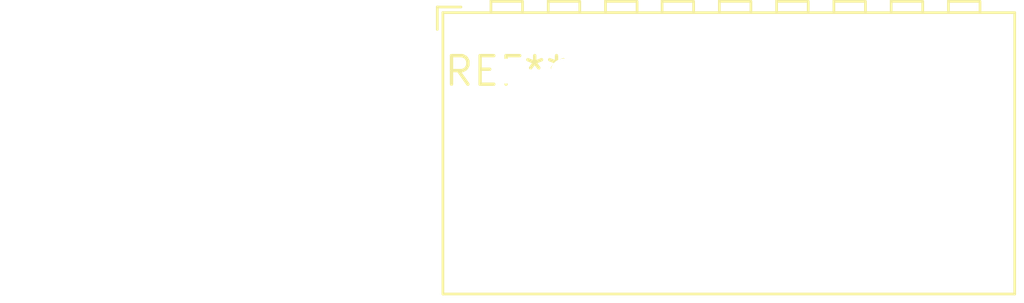
<source format=kicad_pcb>
(kicad_pcb (version 20240108) (generator pcbnew)
  (layers (0 "F.Cu" signal) (31 "B.Cu" signal) (34 "B.Paste" user) (35 "F.Paste" user) (36 "B.SilkS" user "B.Silkscreen") (37 "F.SilkS" user "F.Silkscreen") (38 "B.Mask" user) (39 "F.Mask" user) (44 "Edge.Cuts" user))
  (net 0 "")
  (footprint "TerminalBlock_WAGO_233-509_2x09_P2.54mm" (layer "F.Cu") (at 0 0)
    (property "Reference" "REF**")
    (property "Value" "TerminalBlock_WAGO_233-509_2x09_P2.54mm")
    (fp_line (start -3.05 -2.85) (end -3.05 -1.85) (layer "F.SilkS") (stroke (width 0.12)))
    (fp_line (start -3.05 -2.85) (end -2 -2.85) (layer "F.SilkS") (stroke (width 0.12)))
    (fp_line (start -2.8 -2.6) (end 22.56 -2.6) (layer "F.SilkS") (stroke (width 0.12)))
    (fp_line (start -2.8 9.9) (end -2.8 -2.6) (layer "F.SilkS") (stroke (width 0.12)))
    (fp_line (start 22.56 -2.6) (end 22.56 9.9) (layer "F.SilkS") (stroke (width 0.12)))
    (fp_line (start 22.56 9.9) (end -2.8 9.9) (layer "F.SilkS") (stroke (width 0.12)))
    (fp_rect (start -0.67 -3.1) (end 0.73 -2.6) (layer "F.SilkS") (stroke (width 0.12)) (fill none))
    (fp_rect (start 1.87 -3.1) (end 3.27 -2.6) (layer "F.SilkS") (stroke (width 0.12)) (fill none))
    (fp_rect (start 4.41 -3.1) (end 5.81 -2.6) (layer "F.SilkS") (stroke (width 0.12)) (fill none))
    (fp_rect (start 6.92 -3.1) (end 8.32 -2.6) (layer "F.SilkS") (stroke (width 0.12)) (fill none))
    (fp_rect (start 9.46 -3.100919) (end 10.86 -2.600919) (layer "F.SilkS") (stroke (width 0.12)) (fill none))
    (fp_rect (start 12 -3.100564) (end 13.4 -2.600564) (layer "F.SilkS") (stroke (width 0.12)) (fill none))
    (fp_rect (start 14.54 -3.1) (end 15.94 -2.6) (layer "F.SilkS") (stroke (width 0.12)) (fill none))
    (fp_rect (start 17.08 -3.1) (end 18.48 -2.6) (layer "F.SilkS") (stroke (width 0.12)) (fill none))
    (fp_rect (start 19.62 -3.1) (end 21.02 -2.6) (layer "F.SilkS") (stroke (width 0.12)) (fill none))
    (pad "1" thru_hole roundrect (at 0 0) (size 1.8 3.2) (drill 1.1) (layers *.Cu *.Mask) (remove_unused_layers) (roundrect_rratio 0.1388888889))
    (pad "1" thru_hole roundrect (at 0 5) (size 1.8 3.2) (drill 1.1) (layers *.Cu *.Mask) (remove_unused_layers) (roundrect_rratio 0.1388888889))
    (pad "2" thru_hole oval (at 2.54 0) (size 1.8 3.2) (drill 1.1) (layers *.Cu *.Mask) (remove_unused_layers))
    (pad "2" thru_hole oval (at 2.54 5) (size 1.8 3.2) (drill 1.1) (layers *.Cu *.Mask) (remove_unused_layers))
    (pad "3" thru_hole oval (at 5.08 0) (size 1.8 3.2) (drill 1.1) (layers *.Cu *.Mask) (remove_unused_layers))
    (pad "3" thru_hole oval (at 5.08 5) (size 1.8 3.2) (drill 1.1) (layers *.Cu *.Mask) (remove_unused_layers))
    (pad "4" thru_hole oval (at 7.62 0) (size 1.8 3.2) (drill 1.1) (layers *.Cu *.Mask) (remove_unused_layers))
    (pad "4" thru_hole oval (at 7.62 5) (size 1.8 3.2) (drill 1.1) (layers *.Cu *.Mask) (remove_unused_layers))
    (pad "5" thru_hole oval (at 10.16 0) (size 1.8 3.2) (drill 1.1) (layers *.Cu *.Mask) (remove_unused_layers))
    (pad "5" thru_hole oval (at 10.16 5) (size 1.8 3.2) (drill 1.1) (layers *.Cu *.Mask) (remove_unused_layers))
    (pad "6" thru_hole oval (at 12.7 0) (size 1.8 3.2) (drill 1.1) (layers *.Cu *.Mask) (remove_unused_layers))
    (pad "6" thru_hole oval (at 12.7 5) (size 1.8 3.2) (drill 1.1) (layers *.Cu *.Mask) (remove_unused_layers))
    (pad "7" thru_hole oval (at 15.24 0) (size 1.8 3.2) (drill 1.1) (layers *.Cu *.Mask) (remove_unused_layers))
    (pad "7" thru_hole oval (at 15.24 5) (size 1.8 3.2) (drill 1.1) (layers *.Cu *.Mask) (remove_unused_layers))
    (pad "8" thru_hole oval (at 17.78 0) (size 1.8 3.2) (drill 1.1) (layers *.Cu *.Mask) (remove_unused_layers))
    (pad "8" thru_hole oval (at 17.78 5) (size 1.8 3.2) (drill 1.1) (layers *.Cu *.Mask) (remove_unused_layers))
    (pad "9" thru_hole oval (at 20.32 0) (size 1.8 3.2) (drill 1.1) (layers *.Cu *.Mask) (remove_unused_layers))
    (pad "9" thru_hole oval (at 20.32 5) (size 1.8 3.2) (drill 1.1) (layers *.Cu *.Mask) (remove_unused_layers))
  )
)
</source>
